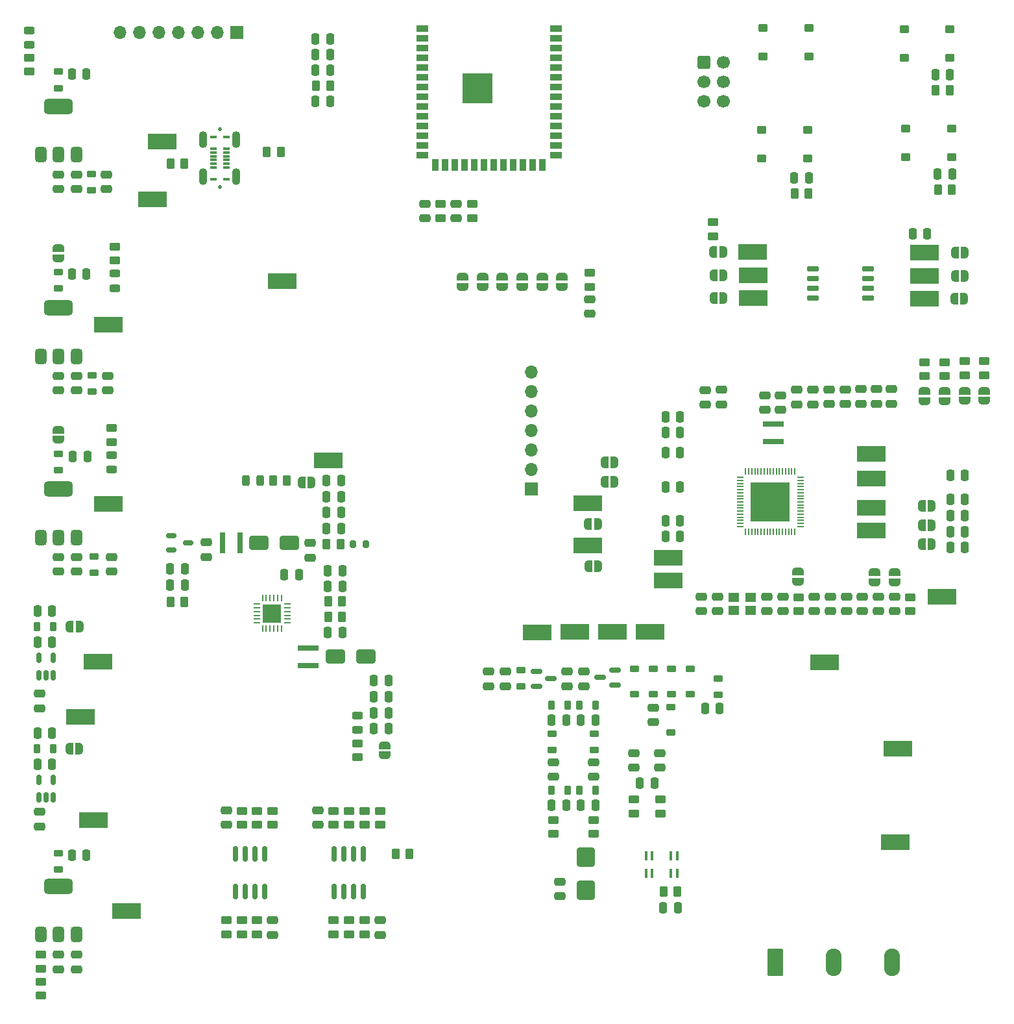
<source format=gbr>
%TF.GenerationSoftware,KiCad,Pcbnew,8.0.3*%
%TF.CreationDate,2024-06-11T07:04:39+05:45*%
%TF.ProjectId,HardwareDesign,48617264-7761-4726-9544-657369676e2e,rev?*%
%TF.SameCoordinates,Original*%
%TF.FileFunction,Soldermask,Top*%
%TF.FilePolarity,Negative*%
%FSLAX46Y46*%
G04 Gerber Fmt 4.6, Leading zero omitted, Abs format (unit mm)*
G04 Created by KiCad (PCBNEW 8.0.3) date 2024-06-11 07:04:39*
%MOMM*%
%LPD*%
G01*
G04 APERTURE LIST*
G04 Aperture macros list*
%AMRoundRect*
0 Rectangle with rounded corners*
0 $1 Rounding radius*
0 $2 $3 $4 $5 $6 $7 $8 $9 X,Y pos of 4 corners*
0 Add a 4 corners polygon primitive as box body*
4,1,4,$2,$3,$4,$5,$6,$7,$8,$9,$2,$3,0*
0 Add four circle primitives for the rounded corners*
1,1,$1+$1,$2,$3*
1,1,$1+$1,$4,$5*
1,1,$1+$1,$6,$7*
1,1,$1+$1,$8,$9*
0 Add four rect primitives between the rounded corners*
20,1,$1+$1,$2,$3,$4,$5,0*
20,1,$1+$1,$4,$5,$6,$7,0*
20,1,$1+$1,$6,$7,$8,$9,0*
20,1,$1+$1,$8,$9,$2,$3,0*%
%AMFreePoly0*
4,1,19,0.500000,-0.750000,0.000000,-0.750000,0.000000,-0.744911,-0.071157,-0.744911,-0.207708,-0.704816,-0.327430,-0.627875,-0.420627,-0.520320,-0.479746,-0.390866,-0.500000,-0.250000,-0.500000,0.250000,-0.479746,0.390866,-0.420627,0.520320,-0.327430,0.627875,-0.207708,0.704816,-0.071157,0.744911,0.000000,0.744911,0.000000,0.750000,0.500000,0.750000,0.500000,-0.750000,0.500000,-0.750000,
$1*%
%AMFreePoly1*
4,1,19,0.000000,0.744911,0.071157,0.744911,0.207708,0.704816,0.327430,0.627875,0.420627,0.520320,0.479746,0.390866,0.500000,0.250000,0.500000,-0.250000,0.479746,-0.390866,0.420627,-0.520320,0.327430,-0.627875,0.207708,-0.704816,0.071157,-0.744911,0.000000,-0.744911,0.000000,-0.750000,-0.500000,-0.750000,-0.500000,0.750000,0.000000,0.750000,0.000000,0.744911,0.000000,0.744911,
$1*%
G04 Aperture macros list end*
%ADD10RoundRect,0.243750X0.456250X-0.243750X0.456250X0.243750X-0.456250X0.243750X-0.456250X-0.243750X0*%
%ADD11R,3.800000X2.000000*%
%ADD12RoundRect,0.218750X-0.218750X-0.381250X0.218750X-0.381250X0.218750X0.381250X-0.218750X0.381250X0*%
%ADD13FreePoly0,270.000000*%
%ADD14FreePoly1,270.000000*%
%ADD15RoundRect,0.250000X0.262500X0.450000X-0.262500X0.450000X-0.262500X-0.450000X0.262500X-0.450000X0*%
%ADD16RoundRect,0.250000X0.250000X0.475000X-0.250000X0.475000X-0.250000X-0.475000X0.250000X-0.475000X0*%
%ADD17RoundRect,0.250000X0.475000X-0.250000X0.475000X0.250000X-0.475000X0.250000X-0.475000X-0.250000X0*%
%ADD18RoundRect,0.250000X-1.000000X-0.650000X1.000000X-0.650000X1.000000X0.650000X-1.000000X0.650000X0*%
%ADD19RoundRect,0.218750X0.381250X-0.218750X0.381250X0.218750X-0.381250X0.218750X-0.381250X-0.218750X0*%
%ADD20RoundRect,0.250000X-0.475000X0.250000X-0.475000X-0.250000X0.475000X-0.250000X0.475000X0.250000X0*%
%ADD21C,0.520000*%
%ADD22R,0.870000X0.300000*%
%ADD23O,1.100000X2.200000*%
%ADD24RoundRect,0.150000X0.150000X-0.512500X0.150000X0.512500X-0.150000X0.512500X-0.150000X-0.512500X0*%
%ADD25RoundRect,0.250000X-0.450000X0.262500X-0.450000X-0.262500X0.450000X-0.262500X0.450000X0.262500X0*%
%ADD26FreePoly0,0.000000*%
%ADD27FreePoly1,0.000000*%
%ADD28RoundRect,0.225000X0.375000X-0.225000X0.375000X0.225000X-0.375000X0.225000X-0.375000X-0.225000X0*%
%ADD29RoundRect,0.375000X0.375000X-0.625000X0.375000X0.625000X-0.375000X0.625000X-0.375000X-0.625000X0*%
%ADD30RoundRect,0.500000X1.400000X-0.500000X1.400000X0.500000X-1.400000X0.500000X-1.400000X-0.500000X0*%
%ADD31RoundRect,0.150000X-0.150000X0.825000X-0.150000X-0.825000X0.150000X-0.825000X0.150000X0.825000X0*%
%ADD32RoundRect,0.250000X0.450000X-0.262500X0.450000X0.262500X-0.450000X0.262500X-0.450000X-0.262500X0*%
%ADD33FreePoly0,180.000000*%
%ADD34FreePoly1,180.000000*%
%ADD35RoundRect,0.225000X-0.375000X0.225000X-0.375000X-0.225000X0.375000X-0.225000X0.375000X0.225000X0*%
%ADD36RoundRect,0.250000X-0.250000X-0.475000X0.250000X-0.475000X0.250000X0.475000X-0.250000X0.475000X0*%
%ADD37RoundRect,0.150000X-0.587500X-0.150000X0.587500X-0.150000X0.587500X0.150000X-0.587500X0.150000X0*%
%ADD38RoundRect,0.150000X-0.650000X-0.150000X0.650000X-0.150000X0.650000X0.150000X-0.650000X0.150000X0*%
%ADD39R,1.700000X1.700000*%
%ADD40O,1.700000X1.700000*%
%ADD41RoundRect,0.102000X-0.500000X-0.375000X0.500000X-0.375000X0.500000X0.375000X-0.500000X0.375000X0*%
%ADD42RoundRect,0.200000X-0.200000X-0.275000X0.200000X-0.275000X0.200000X0.275000X-0.200000X0.275000X0*%
%ADD43R,1.400000X1.200000*%
%ADD44RoundRect,0.250000X-0.262500X-0.450000X0.262500X-0.450000X0.262500X0.450000X-0.262500X0.450000X0*%
%ADD45R,0.800000X2.700000*%
%ADD46RoundRect,0.050000X-0.050000X0.362500X-0.050000X-0.362500X0.050000X-0.362500X0.050000X0.362500X0*%
%ADD47RoundRect,0.050000X-0.362500X0.050000X-0.362500X-0.050000X0.362500X-0.050000X0.362500X0.050000X0*%
%ADD48R,5.200000X5.200000*%
%ADD49RoundRect,0.250001X-0.799999X-1.549999X0.799999X-1.549999X0.799999X1.549999X-0.799999X1.549999X0*%
%ADD50O,2.100000X3.600000*%
%ADD51RoundRect,0.243750X-0.243750X-0.456250X0.243750X-0.456250X0.243750X0.456250X-0.243750X0.456250X0*%
%ADD52RoundRect,0.243750X-0.456250X0.243750X-0.456250X-0.243750X0.456250X-0.243750X0.456250X0.243750X0*%
%ADD53RoundRect,0.150000X0.587500X0.150000X-0.587500X0.150000X-0.587500X-0.150000X0.587500X-0.150000X0*%
%ADD54RoundRect,0.250000X-0.600000X-0.600000X0.600000X-0.600000X0.600000X0.600000X-0.600000X0.600000X0*%
%ADD55C,1.700000*%
%ADD56RoundRect,0.250000X1.000000X0.650000X-1.000000X0.650000X-1.000000X-0.650000X1.000000X-0.650000X0*%
%ADD57RoundRect,0.218750X-0.381250X0.218750X-0.381250X-0.218750X0.381250X-0.218750X0.381250X0.218750X0*%
%ADD58FreePoly0,90.000000*%
%ADD59FreePoly1,90.000000*%
%ADD60R,1.500000X0.900000*%
%ADD61R,0.900000X1.500000*%
%ADD62C,0.600000*%
%ADD63R,3.900000X3.900000*%
%ADD64RoundRect,0.062500X-0.325000X-0.062500X0.325000X-0.062500X0.325000X0.062500X-0.325000X0.062500X0*%
%ADD65RoundRect,0.062500X-0.062500X-0.325000X0.062500X-0.325000X0.062500X0.325000X-0.062500X0.325000X0*%
%ADD66R,2.450000X2.450000*%
%ADD67R,0.450000X1.250000*%
%ADD68RoundRect,0.250000X-0.900000X1.000000X-0.900000X-1.000000X0.900000X-1.000000X0.900000X1.000000X0*%
%ADD69R,2.700000X0.800000*%
%ADD70RoundRect,0.150000X-0.512500X-0.150000X0.512500X-0.150000X0.512500X0.150000X-0.512500X0.150000X0*%
%ADD71RoundRect,0.150000X0.150000X-0.825000X0.150000X0.825000X-0.150000X0.825000X-0.150000X-0.825000X0*%
G04 APERTURE END LIST*
D10*
%TO.C,D12*%
X95980000Y-112975000D03*
X95980000Y-111100000D03*
%TD*%
D11*
%TO.C,TP26*%
X163090000Y-84000000D03*
%TD*%
%TO.C,TP8*%
X62140000Y-104100000D03*
%TD*%
D12*
%TO.C,L6*%
X124977500Y-109700000D03*
X127102500Y-109700000D03*
%TD*%
D13*
%TO.C,JP1*%
X170010000Y-68770000D03*
D14*
X170010000Y-70070000D03*
%TD*%
D15*
%TO.C,R25*%
X86786666Y-80420000D03*
X84961666Y-80420000D03*
%TD*%
D11*
%TO.C,TP23*%
X119450000Y-100290000D03*
%TD*%
D16*
%TO.C,C80*%
X100030000Y-106512500D03*
X98130000Y-106512500D03*
%TD*%
%TO.C,C52*%
X92430000Y-24916000D03*
X90530000Y-24916000D03*
%TD*%
D17*
%TO.C,C8*%
X126810000Y-119084998D03*
X126810000Y-117184998D03*
%TD*%
D18*
%TO.C,D9*%
X93110000Y-103360000D03*
X97110000Y-103360000D03*
%TD*%
D19*
%TO.C,L4*%
X126940000Y-115605832D03*
X126940000Y-113480832D03*
%TD*%
%TO.C,L9*%
X143110000Y-108382500D03*
X143110000Y-106257500D03*
%TD*%
D13*
%TO.C,JP21*%
X122700000Y-53890000D03*
D14*
X122700000Y-55190000D03*
%TD*%
D20*
%TO.C,C67*%
X57000000Y-90400000D03*
X57000000Y-92300000D03*
%TD*%
D21*
%TO.C,J2*%
X78035000Y-34650000D03*
X78035000Y-42150000D03*
D22*
X78900000Y-35650000D03*
X78900000Y-37150000D03*
X78900000Y-37650000D03*
X78900000Y-38150000D03*
X78900000Y-38650000D03*
X78900000Y-39150000D03*
X78900000Y-39650000D03*
X78900000Y-41150000D03*
X77170000Y-41150000D03*
X77170000Y-39650000D03*
X77170000Y-39150000D03*
X77170000Y-38650000D03*
X77170000Y-38150000D03*
X77170000Y-37650000D03*
X77170000Y-37150000D03*
X77170000Y-35650000D03*
D23*
X80185000Y-36000000D03*
X75885000Y-36000000D03*
X80185000Y-40800000D03*
X75885000Y-40800000D03*
%TD*%
D24*
%TO.C,U8*%
X54425000Y-105837500D03*
X55375000Y-105837500D03*
X56325000Y-105837500D03*
X56325000Y-103562500D03*
X54425000Y-103562500D03*
%TD*%
D16*
%TO.C,C78*%
X100030000Y-110712500D03*
X98130000Y-110712500D03*
%TD*%
D25*
%TO.C,R3*%
X126340000Y-53347500D03*
X126340000Y-55172500D03*
%TD*%
D26*
%TO.C,JP10*%
X169660000Y-83710000D03*
D27*
X170960000Y-83710000D03*
%TD*%
D16*
%TO.C,C55*%
X173602500Y-40450000D03*
X171702500Y-40450000D03*
%TD*%
D20*
%TO.C,C61*%
X63400000Y-66800000D03*
X63400000Y-68700000D03*
%TD*%
D28*
%TO.C,D6*%
X134583333Y-108275000D03*
X134583333Y-104975000D03*
%TD*%
D11*
%TO.C,TP30*%
X172300000Y-95600000D03*
%TD*%
D25*
%TO.C,R1*%
X121540000Y-124687500D03*
X121540000Y-126512500D03*
%TD*%
D15*
%TO.C,R17*%
X173295000Y-29585000D03*
X171470000Y-29585000D03*
%TD*%
D11*
%TO.C,TP40*%
X170030000Y-56760000D03*
%TD*%
D19*
%TO.C,L3*%
X121440000Y-115605832D03*
X121440000Y-113480832D03*
%TD*%
D12*
%TO.C,L5*%
X121277500Y-109700000D03*
X123402500Y-109700000D03*
%TD*%
D20*
%TO.C,C48*%
X157715831Y-95600000D03*
X157715831Y-97500000D03*
%TD*%
D29*
%TO.C,U3*%
X54700000Y-37950000D03*
X57000000Y-37950000D03*
D30*
X57000000Y-31650000D03*
D29*
X59300000Y-37950000D03*
%TD*%
D31*
%TO.C,U6*%
X96755000Y-129085000D03*
X95485000Y-129085000D03*
X94215000Y-129085000D03*
X92945000Y-129085000D03*
X92945000Y-134035000D03*
X94215000Y-134035000D03*
X95485000Y-134035000D03*
X96755000Y-134035000D03*
%TD*%
D11*
%TO.C,TP35*%
X156950000Y-104170000D03*
%TD*%
D32*
%TO.C,R9*%
X135500000Y-123852500D03*
X135500000Y-122027500D03*
%TD*%
D20*
%TO.C,C47*%
X149412499Y-95600000D03*
X149412499Y-97500000D03*
%TD*%
D33*
%TO.C,JP20*%
X175280000Y-50760000D03*
D34*
X173980000Y-50760000D03*
%TD*%
D11*
%TO.C,TP2*%
X166540000Y-115370000D03*
%TD*%
D20*
%TO.C,C70*%
X90800000Y-123450000D03*
X90800000Y-125350000D03*
%TD*%
D16*
%TO.C,C77*%
X100030000Y-112812500D03*
X98130000Y-112812500D03*
%TD*%
%TO.C,C54*%
X154902500Y-40980000D03*
X153002500Y-40980000D03*
%TD*%
D35*
%TO.C,D5*%
X139410000Y-105020000D03*
X139410000Y-108320000D03*
%TD*%
D36*
%TO.C,C49*%
X168480000Y-48260000D03*
X170380000Y-48260000D03*
%TD*%
%TO.C,C30*%
X173360000Y-85000000D03*
X175260000Y-85000000D03*
%TD*%
D11*
%TO.C,TP43*%
X170030000Y-50760000D03*
%TD*%
D20*
%TO.C,C57*%
X63200000Y-40550000D03*
X63200000Y-42450000D03*
%TD*%
D37*
%TO.C,D2*%
X119352498Y-105350000D03*
X119352498Y-107250000D03*
X121227498Y-106300000D03*
%TD*%
D20*
%TO.C,C44*%
X155624998Y-95600000D03*
X155624998Y-97500000D03*
%TD*%
D11*
%TO.C,TP10*%
X65840000Y-136580000D03*
%TD*%
D20*
%TO.C,C14*%
X126340000Y-56810000D03*
X126340000Y-58710000D03*
%TD*%
D26*
%TO.C,JP15*%
X142430000Y-50660000D03*
D27*
X143730000Y-50660000D03*
%TD*%
D38*
%TO.C,U1*%
X155430000Y-52855000D03*
X155430000Y-54125000D03*
X155430000Y-55395000D03*
X155430000Y-56665000D03*
X162630000Y-56665000D03*
X162630000Y-55395000D03*
X162630000Y-54125000D03*
X162630000Y-52855000D03*
%TD*%
D11*
%TO.C,TP36*%
X136540000Y-93440000D03*
%TD*%
D13*
%TO.C,JP22*%
X120100000Y-53890000D03*
D14*
X120100000Y-55190000D03*
%TD*%
D11*
%TO.C,TP16*%
X126030000Y-83370000D03*
%TD*%
D25*
%TO.C,R38*%
X92872500Y-137787500D03*
X92872500Y-139612500D03*
%TD*%
D16*
%TO.C,C28*%
X138110000Y-81270000D03*
X136210000Y-81270000D03*
%TD*%
D32*
%TO.C,R45*%
X84900000Y-125332500D03*
X84900000Y-123507500D03*
%TD*%
D25*
%TO.C,R30*%
X54700000Y-142287500D03*
X54700000Y-144112500D03*
%TD*%
D11*
%TO.C,TP3*%
X166160000Y-127580000D03*
%TD*%
D32*
%TO.C,R10*%
X168140000Y-97482500D03*
X168140000Y-95657500D03*
%TD*%
D39*
%TO.C,J4*%
X80290000Y-21980000D03*
D40*
X77750000Y-21980000D03*
X75210000Y-21980000D03*
X72670000Y-21980000D03*
X70130000Y-21980000D03*
X67590000Y-21980000D03*
X65050000Y-21980000D03*
%TD*%
D17*
%TO.C,C13*%
X149160000Y-71230000D03*
X149160000Y-69330000D03*
%TD*%
D36*
%TO.C,C64*%
X58750000Y-53530000D03*
X60650000Y-53530000D03*
%TD*%
D10*
%TO.C,D15*%
X63900000Y-79037500D03*
X63900000Y-77162500D03*
%TD*%
D16*
%TO.C,C91*%
X56150000Y-97500000D03*
X54250000Y-97500000D03*
%TD*%
D20*
%TO.C,C59*%
X57000000Y-40550000D03*
X57000000Y-42450000D03*
%TD*%
D16*
%TO.C,C33*%
X138110000Y-85660000D03*
X136210000Y-85660000D03*
%TD*%
D36*
%TO.C,C95*%
X58750000Y-129330000D03*
X60650000Y-129330000D03*
%TD*%
D41*
%TO.C,S3*%
X167580000Y-34555000D03*
X173580000Y-34555000D03*
X167580000Y-38305000D03*
X173580000Y-38305000D03*
%TD*%
D42*
%TO.C,R22*%
X95435000Y-88760000D03*
X97085000Y-88760000D03*
%TD*%
D17*
%TO.C,C5*%
X159630000Y-70460000D03*
X159630000Y-68560000D03*
%TD*%
D32*
%TO.C,R6*%
X175210000Y-66682500D03*
X175210000Y-64857500D03*
%TD*%
D36*
%TO.C,C84*%
X91957500Y-80450000D03*
X93857500Y-80450000D03*
%TD*%
D29*
%TO.C,U10*%
X54700000Y-139650000D03*
X57000000Y-139650000D03*
D30*
X57000000Y-133350000D03*
D29*
X59300000Y-139650000D03*
%TD*%
D26*
%TO.C,JP6*%
X128230000Y-80620000D03*
D27*
X129530000Y-80620000D03*
%TD*%
D36*
%TO.C,C29*%
X173360000Y-82920000D03*
X175260000Y-82920000D03*
%TD*%
D20*
%TO.C,C83*%
X89800000Y-88600000D03*
X89800000Y-90500000D03*
%TD*%
D43*
%TO.C,Y1*%
X145101666Y-97400000D03*
X147301666Y-97400000D03*
X147301666Y-95700000D03*
X145101666Y-95700000D03*
%TD*%
D17*
%TO.C,C2*%
X161680000Y-70440000D03*
X161680000Y-68540000D03*
%TD*%
D20*
%TO.C,C39*%
X166079163Y-95600000D03*
X166079163Y-97500000D03*
%TD*%
D36*
%TO.C,C68*%
X58850000Y-77292500D03*
X60750000Y-77292500D03*
%TD*%
D44*
%TO.C,R13*%
X90587500Y-28978000D03*
X92412500Y-28978000D03*
%TD*%
D17*
%TO.C,C32*%
X135470000Y-117860000D03*
X135470000Y-115960000D03*
%TD*%
D20*
%TO.C,C45*%
X159806664Y-95600000D03*
X159806664Y-97500000D03*
%TD*%
D25*
%TO.C,R31*%
X54700000Y-145787500D03*
X54700000Y-147612500D03*
%TD*%
D17*
%TO.C,C1*%
X163700000Y-70420000D03*
X163700000Y-68520000D03*
%TD*%
D32*
%TO.C,R11*%
X142430000Y-48572500D03*
X142430000Y-46747500D03*
%TD*%
D25*
%TO.C,R12*%
X153564165Y-95657500D03*
X153564165Y-97482500D03*
%TD*%
D26*
%TO.C,JP18*%
X142480000Y-53660000D03*
D27*
X143780000Y-53660000D03*
%TD*%
D17*
%TO.C,C98*%
X122380000Y-134640000D03*
X122380000Y-132740000D03*
%TD*%
%TO.C,C6*%
X157560000Y-70480000D03*
X157560000Y-68580000D03*
%TD*%
D41*
%TO.C,S4*%
X167340000Y-21560000D03*
X173340000Y-21560000D03*
X167340000Y-25310000D03*
X173340000Y-25310000D03*
%TD*%
D35*
%TO.C,D8*%
X136860000Y-109982500D03*
X136860000Y-113282500D03*
%TD*%
D11*
%TO.C,TP11*%
X92230000Y-77780000D03*
%TD*%
D17*
%TO.C,C36*%
X134620000Y-111940000D03*
X134620000Y-110040000D03*
%TD*%
D32*
%TO.C,R8*%
X132080000Y-123852500D03*
X132080000Y-122027500D03*
%TD*%
D16*
%TO.C,C35*%
X138110000Y-87700000D03*
X136210000Y-87700000D03*
%TD*%
D17*
%TO.C,C20*%
X125543330Y-107250000D03*
X125543330Y-105350000D03*
%TD*%
D20*
%TO.C,C72*%
X59300000Y-142270000D03*
X59300000Y-144170000D03*
%TD*%
D11*
%TO.C,TP20*%
X126050000Y-88910000D03*
%TD*%
D25*
%TO.C,R40*%
X96937500Y-137787500D03*
X96937500Y-139612500D03*
%TD*%
D17*
%TO.C,C16*%
X143480000Y-70510000D03*
X143480000Y-68610000D03*
%TD*%
D28*
%TO.C,D7*%
X136996666Y-108275000D03*
X136996666Y-104975000D03*
%TD*%
D32*
%TO.C,R33*%
X96957500Y-125332500D03*
X96957500Y-123507500D03*
%TD*%
D11*
%TO.C,TP27*%
X163090000Y-86950000D03*
%TD*%
D29*
%TO.C,U5*%
X54700000Y-87850000D03*
X57000000Y-87850000D03*
D30*
X57000000Y-81550000D03*
D29*
X59300000Y-87850000D03*
%TD*%
D44*
%TO.C,R14*%
X153040000Y-42980000D03*
X154865000Y-42980000D03*
%TD*%
D20*
%TO.C,C41*%
X151503332Y-95600000D03*
X151503332Y-97500000D03*
%TD*%
D17*
%TO.C,C17*%
X141400000Y-70540000D03*
X141400000Y-68640000D03*
%TD*%
D25*
%TO.C,R46*%
X80920000Y-123507500D03*
X80920000Y-125332500D03*
%TD*%
D26*
%TO.C,JP19*%
X142480000Y-56660000D03*
D27*
X143780000Y-56660000D03*
%TD*%
D44*
%TO.C,R20*%
X92155000Y-98212500D03*
X93980000Y-98212500D03*
%TD*%
D36*
%TO.C,C76*%
X92130000Y-92172500D03*
X94030000Y-92172500D03*
%TD*%
D32*
%TO.C,R26*%
X95980000Y-116550000D03*
X95980000Y-114725000D03*
%TD*%
D13*
%TO.C,JP2*%
X172610000Y-68770000D03*
D14*
X172610000Y-70070000D03*
%TD*%
D36*
%TO.C,C3*%
X121340000Y-122798330D03*
X123240000Y-122798330D03*
%TD*%
D11*
%TO.C,TP1*%
X86180000Y-54480000D03*
%TD*%
%TO.C,TP5*%
X70510000Y-36280000D03*
%TD*%
D20*
%TO.C,C19*%
X113140000Y-105350000D03*
X113140000Y-107250000D03*
%TD*%
D45*
%TO.C,L19*%
X78350000Y-88550000D03*
X80650000Y-88550000D03*
%TD*%
D11*
%TO.C,TP42*%
X147630000Y-56660000D03*
%TD*%
D24*
%TO.C,U9*%
X54425000Y-121787500D03*
X55375000Y-121787500D03*
X56325000Y-121787500D03*
X56325000Y-119512500D03*
X54425000Y-119512500D03*
%TD*%
D20*
%TO.C,C43*%
X163988330Y-95600000D03*
X163988330Y-97500000D03*
%TD*%
D16*
%TO.C,C50*%
X92430000Y-30994000D03*
X90530000Y-30994000D03*
%TD*%
D20*
%TO.C,C40*%
X140900000Y-95600000D03*
X140900000Y-97500000D03*
%TD*%
D25*
%TO.C,R15*%
X106840000Y-44377500D03*
X106840000Y-46202500D03*
%TD*%
D13*
%TO.C,JP26*%
X109700000Y-53890000D03*
D14*
X109700000Y-55190000D03*
%TD*%
D36*
%TO.C,C87*%
X91957500Y-86697500D03*
X93857500Y-86697500D03*
%TD*%
%TO.C,C85*%
X91957500Y-82532500D03*
X93857500Y-82532500D03*
%TD*%
D25*
%TO.C,R42*%
X82900000Y-137787500D03*
X82900000Y-139612500D03*
%TD*%
D44*
%TO.C,R37*%
X135930000Y-134030000D03*
X137755000Y-134030000D03*
%TD*%
D20*
%TO.C,C58*%
X59300000Y-40550000D03*
X59300000Y-42450000D03*
%TD*%
D36*
%TO.C,C82*%
X92137500Y-94212500D03*
X94037500Y-94212500D03*
%TD*%
D13*
%TO.C,JP14*%
X163500000Y-92410000D03*
D14*
X163500000Y-93710000D03*
%TD*%
D15*
%TO.C,R36*%
X102812500Y-129085000D03*
X100987500Y-129085000D03*
%TD*%
D20*
%TO.C,C96*%
X57000000Y-142270000D03*
X57000000Y-144170000D03*
%TD*%
D36*
%TO.C,C86*%
X91957500Y-84615000D03*
X93857500Y-84615000D03*
%TD*%
D10*
%TO.C,D14*%
X64300000Y-55337500D03*
X64300000Y-53462500D03*
%TD*%
D33*
%TO.C,JP17*%
X175180000Y-56760000D03*
D34*
X173880000Y-56760000D03*
%TD*%
D17*
%TO.C,C9*%
X155440000Y-70500000D03*
X155440000Y-68600000D03*
%TD*%
D32*
%TO.C,R44*%
X82910000Y-125332500D03*
X82910000Y-123507500D03*
%TD*%
D19*
%TO.C,L13*%
X57000000Y-55362500D03*
X57000000Y-53237500D03*
%TD*%
D32*
%TO.C,R7*%
X177810000Y-66682500D03*
X177810000Y-64857500D03*
%TD*%
D19*
%TO.C,L7*%
X117323332Y-107312500D03*
X117323332Y-105187500D03*
%TD*%
D46*
%TO.C,D3*%
X153070000Y-79292500D03*
X152670000Y-79292500D03*
X152270000Y-79292500D03*
X151870000Y-79292500D03*
X151470000Y-79292500D03*
X151070000Y-79292500D03*
X150670000Y-79292500D03*
X150270000Y-79292500D03*
X149870000Y-79292500D03*
X149470000Y-79292500D03*
X149070000Y-79292500D03*
X148670000Y-79292500D03*
X148270000Y-79292500D03*
X147870000Y-79292500D03*
X147470000Y-79292500D03*
X147070000Y-79292500D03*
X146670000Y-79292500D03*
D47*
X145932500Y-80030000D03*
X145932500Y-80430000D03*
X145932500Y-80830000D03*
X145932500Y-81230000D03*
X145932500Y-81630000D03*
X145932500Y-82030000D03*
X145932500Y-82430000D03*
X145932500Y-82830000D03*
X145932500Y-83230000D03*
X145932500Y-83630000D03*
X145932500Y-84030000D03*
X145932500Y-84430000D03*
X145932500Y-84830000D03*
X145932500Y-85230000D03*
X145932500Y-85630000D03*
X145932500Y-86030000D03*
X145932500Y-86430000D03*
D46*
X146670000Y-87167500D03*
X147070000Y-87167500D03*
X147470000Y-87167500D03*
X147870000Y-87167500D03*
X148270000Y-87167500D03*
X148670000Y-87167500D03*
X149070000Y-87167500D03*
X149470000Y-87167500D03*
X149870000Y-87167500D03*
X150270000Y-87167500D03*
X150670000Y-87167500D03*
X151070000Y-87167500D03*
X151470000Y-87167500D03*
X151870000Y-87167500D03*
X152270000Y-87167500D03*
X152670000Y-87167500D03*
X153070000Y-87167500D03*
D47*
X153807500Y-86430000D03*
X153807500Y-86030000D03*
X153807500Y-85630000D03*
X153807500Y-85230000D03*
X153807500Y-84830000D03*
X153807500Y-84430000D03*
X153807500Y-84030000D03*
X153807500Y-83630000D03*
X153807500Y-83230000D03*
X153807500Y-82830000D03*
X153807500Y-82430000D03*
X153807500Y-82030000D03*
X153807500Y-81630000D03*
X153807500Y-81230000D03*
X153807500Y-80830000D03*
X153807500Y-80430000D03*
X153807500Y-80030000D03*
D48*
X149870000Y-83230000D03*
%TD*%
D13*
%TO.C,JP4*%
X177810000Y-68720000D03*
D14*
X177810000Y-70020000D03*
%TD*%
D20*
%TO.C,C88*%
X76300000Y-88500000D03*
X76300000Y-90400000D03*
%TD*%
D12*
%TO.C,L1*%
X121277500Y-120826664D03*
X123402500Y-120826664D03*
%TD*%
D13*
%TO.C,JP24*%
X114900000Y-53890000D03*
D14*
X114900000Y-55190000D03*
%TD*%
D49*
%TO.C,J5*%
X150550000Y-143230000D03*
D50*
X158170000Y-143230000D03*
X165790000Y-143230000D03*
%TD*%
D26*
%TO.C,JP12*%
X169650000Y-88750000D03*
D27*
X170950000Y-88750000D03*
%TD*%
D11*
%TO.C,TP29*%
X136530000Y-90480000D03*
%TD*%
D13*
%TO.C,JP11*%
X166100000Y-92410000D03*
D14*
X166100000Y-93710000D03*
%TD*%
D36*
%TO.C,C27*%
X132840000Y-119935000D03*
X134740000Y-119935000D03*
%TD*%
D20*
%TO.C,C66*%
X59300000Y-90400000D03*
X59300000Y-92300000D03*
%TD*%
D17*
%TO.C,C99*%
X78900000Y-125350000D03*
X78900000Y-123450000D03*
%TD*%
D36*
%TO.C,C4*%
X125140000Y-122798330D03*
X127040000Y-122798330D03*
%TD*%
D51*
%TO.C,D11*%
X81400000Y-80465000D03*
X83275000Y-80465000D03*
%TD*%
D17*
%TO.C,C18*%
X123386664Y-107250000D03*
X123386664Y-105350000D03*
%TD*%
D52*
%TO.C,D13*%
X53200000Y-21762500D03*
X53200000Y-23637500D03*
%TD*%
D13*
%TO.C,JP27*%
X99580000Y-114962500D03*
D14*
X99580000Y-116262500D03*
%TD*%
D29*
%TO.C,U4*%
X54700000Y-64250000D03*
X57000000Y-64250000D03*
D30*
X57000000Y-57950000D03*
D29*
X59300000Y-64250000D03*
%TD*%
D32*
%TO.C,R27*%
X53200000Y-27112500D03*
X53200000Y-25287500D03*
%TD*%
D13*
%TO.C,JP13*%
X153500000Y-92310000D03*
D14*
X153500000Y-93610000D03*
%TD*%
D11*
%TO.C,TP19*%
X163090000Y-80180000D03*
%TD*%
D19*
%TO.C,L15*%
X57000000Y-79125000D03*
X57000000Y-77000000D03*
%TD*%
D20*
%TO.C,C65*%
X63900000Y-90400000D03*
X63900000Y-92300000D03*
%TD*%
D25*
%TO.C,R29*%
X63900000Y-73580000D03*
X63900000Y-75405000D03*
%TD*%
D36*
%TO.C,C97*%
X135890000Y-136180000D03*
X137790000Y-136180000D03*
%TD*%
D11*
%TO.C,TP7*%
X63490000Y-83500000D03*
%TD*%
D13*
%TO.C,JP3*%
X175210000Y-68720000D03*
D14*
X175210000Y-70020000D03*
%TD*%
D25*
%TO.C,R32*%
X94915000Y-123507500D03*
X94915000Y-125332500D03*
%TD*%
D32*
%TO.C,R4*%
X170010000Y-66832500D03*
X170010000Y-65007500D03*
%TD*%
D26*
%TO.C,JP32*%
X58400000Y-115416666D03*
D27*
X59700000Y-115416666D03*
%TD*%
D53*
%TO.C,D1*%
X129577500Y-107075000D03*
X129577500Y-105175000D03*
X127702500Y-106125000D03*
%TD*%
D13*
%TO.C,JP25*%
X112300000Y-53890000D03*
D14*
X112300000Y-55190000D03*
%TD*%
D20*
%TO.C,C22*%
X115296666Y-105350000D03*
X115296666Y-107250000D03*
%TD*%
D39*
%TO.C,J1*%
X118700000Y-81525000D03*
D40*
X118700000Y-78985000D03*
X118700000Y-76445000D03*
X118700000Y-73905000D03*
X118700000Y-71365000D03*
X118700000Y-68825000D03*
X118700000Y-66285000D03*
%TD*%
D54*
%TO.C,J3*%
X141200000Y-25880000D03*
D55*
X143740000Y-25880000D03*
X141200000Y-28420000D03*
X143740000Y-28420000D03*
X141200000Y-30960000D03*
X143740000Y-30960000D03*
%TD*%
D20*
%TO.C,C46*%
X161897497Y-95600000D03*
X161897497Y-97500000D03*
%TD*%
D15*
%TO.C,R18*%
X86012500Y-37600000D03*
X84187500Y-37600000D03*
%TD*%
D32*
%TO.C,R5*%
X172610000Y-66832500D03*
X172610000Y-65007500D03*
%TD*%
D11*
%TO.C,TP41*%
X147630000Y-53660000D03*
%TD*%
%TO.C,TP6*%
X63470000Y-60100000D03*
%TD*%
D16*
%TO.C,C21*%
X138110000Y-72120000D03*
X136210000Y-72120000D03*
%TD*%
%TO.C,C94*%
X56150000Y-113400000D03*
X54250000Y-113400000D03*
%TD*%
D56*
%TO.C,D10*%
X87100000Y-88550000D03*
X83100000Y-88550000D03*
%TD*%
D57*
%TO.C,L17*%
X57000000Y-129037500D03*
X57000000Y-131162500D03*
%TD*%
D32*
%TO.C,R41*%
X78900000Y-139612500D03*
X78900000Y-137787500D03*
%TD*%
%TO.C,R43*%
X80900000Y-139612500D03*
X80900000Y-137787500D03*
%TD*%
D44*
%TO.C,R21*%
X92155000Y-96212500D03*
X93980000Y-96212500D03*
%TD*%
D11*
%TO.C,TP9*%
X59830000Y-111290000D03*
%TD*%
%TO.C,TP24*%
X124350000Y-100190000D03*
%TD*%
%TO.C,TP38*%
X147580000Y-50660000D03*
%TD*%
D44*
%TO.C,R24*%
X71600000Y-96250000D03*
X73425000Y-96250000D03*
%TD*%
D58*
%TO.C,JP30*%
X57000000Y-75112500D03*
D59*
X57000000Y-73812500D03*
%TD*%
D16*
%TO.C,C79*%
X100030000Y-108612500D03*
X98130000Y-108612500D03*
%TD*%
D41*
%TO.C,S1*%
X148900000Y-21400000D03*
X154900000Y-21400000D03*
X148900000Y-25150000D03*
X154900000Y-25150000D03*
%TD*%
D36*
%TO.C,C93*%
X54250000Y-117433332D03*
X56150000Y-117433332D03*
%TD*%
D60*
%TO.C,U2*%
X104430000Y-21540000D03*
X104430000Y-22810000D03*
X104430000Y-24080000D03*
X104430000Y-25350000D03*
X104430000Y-26620000D03*
X104430000Y-27890000D03*
X104430000Y-29160000D03*
X104430000Y-30430000D03*
X104430000Y-31700000D03*
X104430000Y-32970000D03*
X104430000Y-34240000D03*
X104430000Y-35510000D03*
X104430000Y-36780000D03*
X104430000Y-38050000D03*
D61*
X106195000Y-39300000D03*
X107465000Y-39300000D03*
X108735000Y-39300000D03*
X110005000Y-39300000D03*
X111275000Y-39300000D03*
X112545000Y-39300000D03*
X113815000Y-39300000D03*
X115085000Y-39300000D03*
X116355000Y-39300000D03*
X117625000Y-39300000D03*
X118895000Y-39300000D03*
X120165000Y-39300000D03*
D60*
X121930000Y-38050000D03*
X121930000Y-36780000D03*
X121930000Y-35510000D03*
X121930000Y-34240000D03*
X121930000Y-32970000D03*
X121930000Y-31700000D03*
X121930000Y-30430000D03*
X121930000Y-29160000D03*
X121930000Y-27890000D03*
X121930000Y-26620000D03*
X121930000Y-25350000D03*
X121930000Y-24080000D03*
X121930000Y-22810000D03*
X121930000Y-21540000D03*
D62*
X110280000Y-28560000D03*
X110280000Y-29960000D03*
X110980000Y-27860000D03*
X110980000Y-29260000D03*
X110980000Y-30660000D03*
X111680000Y-28560000D03*
D63*
X111680000Y-29260000D03*
D62*
X111680000Y-29960000D03*
X112380000Y-27860000D03*
X112380000Y-29260000D03*
X112380000Y-30660000D03*
X113080000Y-28560000D03*
X113080000Y-29960000D03*
%TD*%
D26*
%TO.C,JP8*%
X126120000Y-91650000D03*
D27*
X127420000Y-91650000D03*
%TD*%
D19*
%TO.C,L10*%
X61250000Y-42612500D03*
X61250000Y-40487500D03*
%TD*%
D11*
%TO.C,TP4*%
X61500000Y-124710000D03*
%TD*%
D64*
%TO.C,U7*%
X82862500Y-96512500D03*
X82862500Y-97012500D03*
X82862500Y-97512500D03*
X82862500Y-98012500D03*
X82862500Y-98512500D03*
X82862500Y-99012500D03*
D65*
X83600000Y-99750000D03*
X84100000Y-99750000D03*
X84600000Y-99750000D03*
X85100000Y-99750000D03*
X85600000Y-99750000D03*
X86100000Y-99750000D03*
D64*
X86837500Y-99012500D03*
X86837500Y-98512500D03*
X86837500Y-98012500D03*
X86837500Y-97512500D03*
X86837500Y-97012500D03*
X86837500Y-96512500D03*
D65*
X86100000Y-95775000D03*
X85600000Y-95775000D03*
X85100000Y-95775000D03*
X84600000Y-95775000D03*
X84100000Y-95775000D03*
X83600000Y-95775000D03*
D66*
X84850000Y-97762500D03*
%TD*%
D67*
%TO.C,T1*%
X137725000Y-131650000D03*
X136925000Y-131650000D03*
X136925000Y-129350000D03*
X137725000Y-129350000D03*
X133675000Y-129350000D03*
X134475000Y-129350000D03*
X134475000Y-131650000D03*
X133675000Y-131650000D03*
%TD*%
D36*
%TO.C,C10*%
X121340000Y-111671666D03*
X123240000Y-111671666D03*
%TD*%
D16*
%TO.C,C25*%
X138120000Y-76770000D03*
X136220000Y-76770000D03*
%TD*%
D11*
%TO.C,TP28*%
X134150000Y-100190000D03*
%TD*%
D36*
%TO.C,C90*%
X54250000Y-101500000D03*
X56150000Y-101500000D03*
%TD*%
D11*
%TO.C,TP25*%
X129250000Y-100190000D03*
%TD*%
D35*
%TO.C,D4*%
X132170000Y-105020000D03*
X132170000Y-108320000D03*
%TD*%
D25*
%TO.C,R39*%
X94905000Y-137787500D03*
X94905000Y-139612500D03*
%TD*%
D33*
%TO.C,JP16*%
X175280000Y-53760000D03*
D34*
X173980000Y-53760000D03*
%TD*%
D26*
%TO.C,JP9*%
X169650000Y-86250000D03*
D27*
X170950000Y-86250000D03*
%TD*%
D36*
%TO.C,C11*%
X125140000Y-111671666D03*
X127040000Y-111671666D03*
%TD*%
%TO.C,C74*%
X71562500Y-94050000D03*
X73462500Y-94050000D03*
%TD*%
D20*
%TO.C,C69*%
X99000000Y-137770000D03*
X99000000Y-139670000D03*
%TD*%
D11*
%TO.C,TP13*%
X163090000Y-77000000D03*
%TD*%
D26*
%TO.C,JP7*%
X126090000Y-86150000D03*
D27*
X127390000Y-86150000D03*
%TD*%
D19*
%TO.C,L11*%
X57000000Y-29262500D03*
X57000000Y-27137500D03*
%TD*%
D68*
%TO.C,D16*%
X125780000Y-129540000D03*
X125780000Y-133840000D03*
%TD*%
D20*
%TO.C,C101*%
X104820000Y-44350000D03*
X104820000Y-46250000D03*
%TD*%
D11*
%TO.C,TP39*%
X170030000Y-53760000D03*
%TD*%
D17*
%TO.C,C24*%
X165720000Y-70420000D03*
X165720000Y-68520000D03*
%TD*%
%TO.C,C7*%
X121570000Y-119084998D03*
X121570000Y-117184998D03*
%TD*%
D12*
%TO.C,L20*%
X54187500Y-99500000D03*
X56312500Y-99500000D03*
%TD*%
D19*
%TO.C,L14*%
X61600000Y-92462500D03*
X61600000Y-90337500D03*
%TD*%
D36*
%TO.C,C81*%
X92137500Y-100212500D03*
X94037500Y-100212500D03*
%TD*%
D12*
%TO.C,L21*%
X54187500Y-115416666D03*
X56312500Y-115416666D03*
%TD*%
D20*
%TO.C,C89*%
X54480000Y-108250000D03*
X54480000Y-110150000D03*
%TD*%
D69*
%TO.C,L18*%
X89540000Y-102300000D03*
X89540000Y-104600000D03*
%TD*%
D17*
%TO.C,C31*%
X132110000Y-117860000D03*
X132110000Y-115960000D03*
%TD*%
D13*
%TO.C,JP23*%
X117500000Y-53890000D03*
D14*
X117500000Y-55190000D03*
%TD*%
D19*
%TO.C,L12*%
X61350000Y-68862500D03*
X61350000Y-66737500D03*
%TD*%
D32*
%TO.C,R34*%
X99000000Y-125332500D03*
X99000000Y-123507500D03*
%TD*%
D44*
%TO.C,R23*%
X91975000Y-88750000D03*
X93800000Y-88750000D03*
%TD*%
D20*
%TO.C,C42*%
X142990833Y-95600000D03*
X142990833Y-97500000D03*
%TD*%
%TO.C,C92*%
X54480000Y-123650000D03*
X54480000Y-125550000D03*
%TD*%
D33*
%TO.C,JP28*%
X90030832Y-80720000D03*
D34*
X88730832Y-80720000D03*
%TD*%
D69*
%TO.C,L8*%
X150250000Y-73070000D03*
X150250000Y-75370000D03*
%TD*%
D12*
%TO.C,L2*%
X124977500Y-120826664D03*
X127102500Y-120826664D03*
%TD*%
D15*
%TO.C,R16*%
X173565000Y-42480000D03*
X171740000Y-42480000D03*
%TD*%
D16*
%TO.C,C53*%
X92430000Y-26962000D03*
X90530000Y-26962000D03*
%TD*%
D70*
%TO.C,Q1*%
X71662500Y-87600000D03*
X71662500Y-89500000D03*
X73937500Y-88550000D03*
%TD*%
D58*
%TO.C,JP29*%
X57000000Y-51450000D03*
D59*
X57000000Y-50150000D03*
%TD*%
D17*
%TO.C,C15*%
X151220000Y-71250000D03*
X151220000Y-69350000D03*
%TD*%
D36*
%TO.C,C34*%
X173360000Y-87100000D03*
X175260000Y-87100000D03*
%TD*%
D17*
%TO.C,C100*%
X84930000Y-139670000D03*
X84930000Y-137770000D03*
%TD*%
D16*
%TO.C,C51*%
X92430000Y-22870000D03*
X90530000Y-22870000D03*
%TD*%
D36*
%TO.C,C75*%
X86450000Y-92750000D03*
X88350000Y-92750000D03*
%TD*%
D32*
%TO.C,R2*%
X126840000Y-126512500D03*
X126840000Y-124687500D03*
%TD*%
D36*
%TO.C,C60*%
X58750000Y-27430000D03*
X60650000Y-27430000D03*
%TD*%
D11*
%TO.C,TP12*%
X69260000Y-43770000D03*
%TD*%
D26*
%TO.C,JP31*%
X58450000Y-99500000D03*
D27*
X59750000Y-99500000D03*
%TD*%
D16*
%TO.C,C23*%
X138110000Y-74150000D03*
X136210000Y-74150000D03*
%TD*%
D20*
%TO.C,C102*%
X108850000Y-44360000D03*
X108850000Y-46260000D03*
%TD*%
D16*
%TO.C,C56*%
X173332500Y-27565000D03*
X171432500Y-27565000D03*
%TD*%
D25*
%TO.C,R28*%
X64300000Y-49917500D03*
X64300000Y-51742500D03*
%TD*%
D20*
%TO.C,C63*%
X57000000Y-66800000D03*
X57000000Y-68700000D03*
%TD*%
D44*
%TO.C,R19*%
X71587500Y-39100000D03*
X73412500Y-39100000D03*
%TD*%
D36*
%TO.C,C26*%
X173360000Y-79730000D03*
X175260000Y-79730000D03*
%TD*%
D25*
%TO.C,R35*%
X92872500Y-123507500D03*
X92872500Y-125332500D03*
%TD*%
D36*
%TO.C,C38*%
X141350000Y-110120000D03*
X143250000Y-110120000D03*
%TD*%
D26*
%TO.C,JP5*%
X128230000Y-78080000D03*
D27*
X129530000Y-78080000D03*
%TD*%
D17*
%TO.C,C12*%
X153360000Y-70500000D03*
X153360000Y-68600000D03*
%TD*%
D36*
%TO.C,C73*%
X71562500Y-91950000D03*
X73462500Y-91950000D03*
%TD*%
%TO.C,C37*%
X173360000Y-89150000D03*
X175260000Y-89150000D03*
%TD*%
D25*
%TO.C,R47*%
X110950000Y-44397500D03*
X110950000Y-46222500D03*
%TD*%
D71*
%TO.C,U11*%
X80060000Y-134035000D03*
X81330000Y-134035000D03*
X82600000Y-134035000D03*
X83870000Y-134035000D03*
X83870000Y-129085000D03*
X82600000Y-129085000D03*
X81330000Y-129085000D03*
X80060000Y-129085000D03*
%TD*%
D41*
%TO.C,S2*%
X148752500Y-34705000D03*
X154752500Y-34705000D03*
X148752500Y-38455000D03*
X154752500Y-38455000D03*
%TD*%
D20*
%TO.C,C62*%
X59300000Y-66800000D03*
X59300000Y-68700000D03*
%TD*%
M02*

</source>
